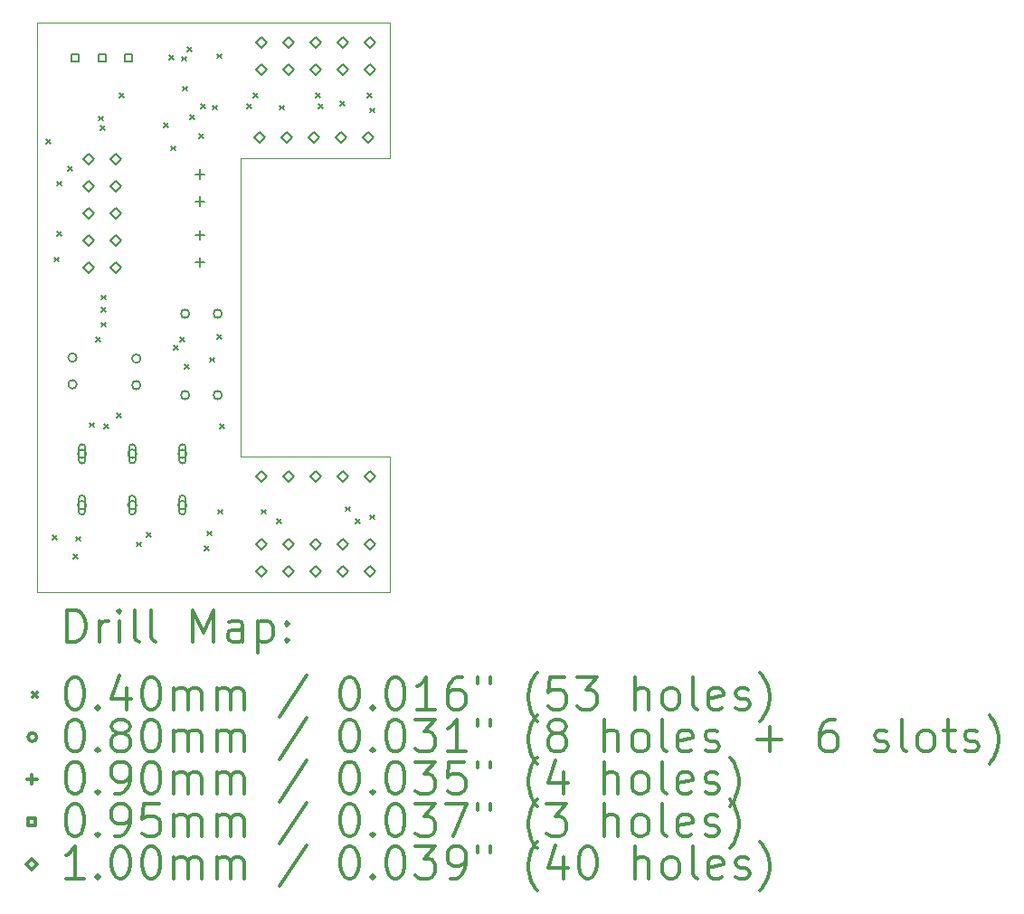
<source format=gbr>
%FSLAX45Y45*%
G04 Gerber Fmt 4.5, Leading zero omitted, Abs format (unit mm)*
G04 Created by KiCad (PCBNEW 5.1.9+dfsg1-1~bpo10+1) date 2022-02-06 15:46:00*
%MOMM*%
%LPD*%
G01*
G04 APERTURE LIST*
%TA.AperFunction,Profile*%
%ADD10C,0.100000*%
%TD*%
%ADD11C,0.200000*%
%ADD12C,0.300000*%
G04 APERTURE END LIST*
D10*
X10033000Y-4000500D02*
X10033000Y-5270500D01*
X6731000Y-4000500D02*
X10033000Y-4000500D01*
X6731000Y-9334500D02*
X6731000Y-4000500D01*
X10033000Y-9334500D02*
X6731000Y-9334500D01*
X10033000Y-8064500D02*
X10033000Y-9334500D01*
X8636000Y-8064500D02*
X10033000Y-8064500D01*
X8636000Y-5270500D02*
X8636000Y-8064500D01*
X10033000Y-5270500D02*
X8636000Y-5270500D01*
D11*
X6812600Y-5098100D02*
X6852600Y-5138100D01*
X6852600Y-5098100D02*
X6812600Y-5138100D01*
X6876100Y-8806500D02*
X6916100Y-8846500D01*
X6916100Y-8806500D02*
X6876100Y-8846500D01*
X6888800Y-6203000D02*
X6928800Y-6243000D01*
X6928800Y-6203000D02*
X6888800Y-6243000D01*
X6914200Y-5491800D02*
X6954200Y-5531800D01*
X6954200Y-5491800D02*
X6914200Y-5531800D01*
X6914200Y-5961700D02*
X6954200Y-6001700D01*
X6954200Y-5961700D02*
X6914200Y-6001700D01*
X7015800Y-5352100D02*
X7055800Y-5392100D01*
X7055800Y-5352100D02*
X7015800Y-5392100D01*
X7066600Y-8984300D02*
X7106600Y-9024300D01*
X7106600Y-8984300D02*
X7066600Y-9024300D01*
X7092000Y-8819200D02*
X7132000Y-8859200D01*
X7132000Y-8819200D02*
X7092000Y-8859200D01*
X7219000Y-7752400D02*
X7259000Y-7792400D01*
X7259000Y-7752400D02*
X7219000Y-7792400D01*
X7282500Y-6952300D02*
X7322500Y-6992300D01*
X7322500Y-6952300D02*
X7282500Y-6992300D01*
X7307900Y-4882200D02*
X7347900Y-4922200D01*
X7347900Y-4882200D02*
X7307900Y-4922200D01*
X7320600Y-4971100D02*
X7360600Y-5011100D01*
X7360600Y-4971100D02*
X7320600Y-5011100D01*
X7333300Y-6558600D02*
X7373300Y-6598600D01*
X7373300Y-6558600D02*
X7333300Y-6598600D01*
X7333300Y-6672900D02*
X7373300Y-6712900D01*
X7373300Y-6672900D02*
X7333300Y-6712900D01*
X7333300Y-6812600D02*
X7373300Y-6852600D01*
X7373300Y-6812600D02*
X7333300Y-6852600D01*
X7358700Y-7765100D02*
X7398700Y-7805100D01*
X7398700Y-7765100D02*
X7358700Y-7805100D01*
X7473000Y-7663500D02*
X7513000Y-7703500D01*
X7513000Y-7663500D02*
X7473000Y-7703500D01*
X7498400Y-4666300D02*
X7538400Y-4706300D01*
X7538400Y-4666300D02*
X7498400Y-4706300D01*
X7663500Y-8870000D02*
X7703500Y-8910000D01*
X7703500Y-8870000D02*
X7663500Y-8910000D01*
X7752400Y-8781100D02*
X7792400Y-8821100D01*
X7792400Y-8781100D02*
X7752400Y-8821100D01*
X7917500Y-4945700D02*
X7957500Y-4985700D01*
X7957500Y-4945700D02*
X7917500Y-4985700D01*
X7968300Y-4310700D02*
X8008300Y-4350700D01*
X8008300Y-4310700D02*
X7968300Y-4350700D01*
X7981000Y-5161600D02*
X8021000Y-5201600D01*
X8021000Y-5161600D02*
X7981000Y-5201600D01*
X8006400Y-7028500D02*
X8046400Y-7068500D01*
X8046400Y-7028500D02*
X8006400Y-7068500D01*
X8069900Y-6952300D02*
X8109900Y-6992300D01*
X8109900Y-6952300D02*
X8069900Y-6992300D01*
X8082600Y-4323400D02*
X8122600Y-4363400D01*
X8122600Y-4323400D02*
X8082600Y-4363400D01*
X8095300Y-4602800D02*
X8135300Y-4642800D01*
X8135300Y-4602800D02*
X8095300Y-4642800D01*
X8108000Y-7206300D02*
X8148000Y-7246300D01*
X8148000Y-7206300D02*
X8108000Y-7246300D01*
X8133400Y-4234500D02*
X8173400Y-4274500D01*
X8173400Y-4234500D02*
X8133400Y-4274500D01*
X8158800Y-4869500D02*
X8198800Y-4909500D01*
X8198800Y-4869500D02*
X8158800Y-4909500D01*
X8247700Y-5047300D02*
X8287700Y-5087300D01*
X8287700Y-5047300D02*
X8247700Y-5087300D01*
X8260400Y-4767900D02*
X8300400Y-4807900D01*
X8300400Y-4767900D02*
X8260400Y-4807900D01*
X8298500Y-8908100D02*
X8338500Y-8948100D01*
X8338500Y-8908100D02*
X8298500Y-8948100D01*
X8323900Y-8768400D02*
X8363900Y-8808400D01*
X8363900Y-8768400D02*
X8323900Y-8808400D01*
X8349300Y-7142800D02*
X8389300Y-7182800D01*
X8389300Y-7142800D02*
X8349300Y-7182800D01*
X8374700Y-4780600D02*
X8414700Y-4820600D01*
X8414700Y-4780600D02*
X8374700Y-4820600D01*
X8412800Y-4298000D02*
X8452800Y-4338000D01*
X8452800Y-4298000D02*
X8412800Y-4338000D01*
X8412800Y-6926900D02*
X8452800Y-6966900D01*
X8452800Y-6926900D02*
X8412800Y-6966900D01*
X8425500Y-8565200D02*
X8465500Y-8605200D01*
X8465500Y-8565200D02*
X8425500Y-8605200D01*
X8438200Y-7765100D02*
X8478200Y-7805100D01*
X8478200Y-7765100D02*
X8438200Y-7805100D01*
X8692200Y-4767900D02*
X8732200Y-4807900D01*
X8732200Y-4767900D02*
X8692200Y-4807900D01*
X8755700Y-4666300D02*
X8795700Y-4706300D01*
X8795700Y-4666300D02*
X8755700Y-4706300D01*
X8831900Y-8565200D02*
X8871900Y-8605200D01*
X8871900Y-8565200D02*
X8831900Y-8605200D01*
X8971600Y-8654100D02*
X9011600Y-8694100D01*
X9011600Y-8654100D02*
X8971600Y-8694100D01*
X8997000Y-4780600D02*
X9037000Y-4820600D01*
X9037000Y-4780600D02*
X8997000Y-4820600D01*
X9339900Y-4666300D02*
X9379900Y-4706300D01*
X9379900Y-4666300D02*
X9339900Y-4706300D01*
X9365300Y-4767900D02*
X9405300Y-4807900D01*
X9405300Y-4767900D02*
X9365300Y-4807900D01*
X9568500Y-4742500D02*
X9608500Y-4782500D01*
X9608500Y-4742500D02*
X9568500Y-4782500D01*
X9619300Y-8539800D02*
X9659300Y-8579800D01*
X9659300Y-8539800D02*
X9619300Y-8579800D01*
X9708200Y-8654100D02*
X9748200Y-8694100D01*
X9748200Y-8654100D02*
X9708200Y-8694100D01*
X9822500Y-4666300D02*
X9862500Y-4706300D01*
X9862500Y-4666300D02*
X9822500Y-4706300D01*
X9847900Y-4806000D02*
X9887900Y-4846000D01*
X9887900Y-4806000D02*
X9847900Y-4846000D01*
X9847900Y-8616000D02*
X9887900Y-8656000D01*
X9887900Y-8616000D02*
X9847900Y-8656000D01*
X7101200Y-7141400D02*
G75*
G03*
X7101200Y-7141400I-40000J0D01*
G01*
X7101200Y-7391400D02*
G75*
G03*
X7101200Y-7391400I-40000J0D01*
G01*
X7190000Y-8042500D02*
G75*
G03*
X7190000Y-8042500I-40000J0D01*
G01*
X7120000Y-7982500D02*
X7120000Y-8102500D01*
X7180000Y-7982500D02*
X7180000Y-8102500D01*
X7120000Y-8102500D02*
G75*
G03*
X7180000Y-8102500I30000J0D01*
G01*
X7180000Y-7982500D02*
G75*
G03*
X7120000Y-7982500I-30000J0D01*
G01*
X7190000Y-8522500D02*
G75*
G03*
X7190000Y-8522500I-40000J0D01*
G01*
X7120000Y-8462500D02*
X7120000Y-8582500D01*
X7180000Y-8462500D02*
X7180000Y-8582500D01*
X7120000Y-8582500D02*
G75*
G03*
X7180000Y-8582500I30000J0D01*
G01*
X7180000Y-8462500D02*
G75*
G03*
X7120000Y-8462500I-30000J0D01*
G01*
X7660000Y-8042500D02*
G75*
G03*
X7660000Y-8042500I-40000J0D01*
G01*
X7590000Y-7982500D02*
X7590000Y-8102500D01*
X7650000Y-7982500D02*
X7650000Y-8102500D01*
X7590000Y-8102500D02*
G75*
G03*
X7650000Y-8102500I30000J0D01*
G01*
X7650000Y-7982500D02*
G75*
G03*
X7590000Y-7982500I-30000J0D01*
G01*
X7660000Y-8522500D02*
G75*
G03*
X7660000Y-8522500I-40000J0D01*
G01*
X7590000Y-8462500D02*
X7590000Y-8582500D01*
X7650000Y-8462500D02*
X7650000Y-8582500D01*
X7590000Y-8582500D02*
G75*
G03*
X7650000Y-8582500I30000J0D01*
G01*
X7650000Y-8462500D02*
G75*
G03*
X7590000Y-8462500I-30000J0D01*
G01*
X7698100Y-7150100D02*
G75*
G03*
X7698100Y-7150100I-40000J0D01*
G01*
X7698100Y-7400100D02*
G75*
G03*
X7698100Y-7400100I-40000J0D01*
G01*
X8130000Y-8042500D02*
G75*
G03*
X8130000Y-8042500I-40000J0D01*
G01*
X8060000Y-7982500D02*
X8060000Y-8102500D01*
X8120000Y-7982500D02*
X8120000Y-8102500D01*
X8060000Y-8102500D02*
G75*
G03*
X8120000Y-8102500I30000J0D01*
G01*
X8120000Y-7982500D02*
G75*
G03*
X8060000Y-7982500I-30000J0D01*
G01*
X8130000Y-8522500D02*
G75*
G03*
X8130000Y-8522500I-40000J0D01*
G01*
X8060000Y-8462500D02*
X8060000Y-8582500D01*
X8120000Y-8462500D02*
X8120000Y-8582500D01*
X8060000Y-8582500D02*
G75*
G03*
X8120000Y-8582500I30000J0D01*
G01*
X8120000Y-8462500D02*
G75*
G03*
X8060000Y-8462500I-30000J0D01*
G01*
X8155300Y-6731000D02*
G75*
G03*
X8155300Y-6731000I-40000J0D01*
G01*
X8155300Y-7493000D02*
G75*
G03*
X8155300Y-7493000I-40000J0D01*
G01*
X8460100Y-6731000D02*
G75*
G03*
X8460100Y-6731000I-40000J0D01*
G01*
X8460100Y-7493000D02*
G75*
G03*
X8460100Y-7493000I-40000J0D01*
G01*
X8255000Y-5377900D02*
X8255000Y-5467900D01*
X8210000Y-5422900D02*
X8300000Y-5422900D01*
X8255000Y-5631900D02*
X8255000Y-5721900D01*
X8210000Y-5676900D02*
X8300000Y-5676900D01*
X8255000Y-5949400D02*
X8255000Y-6039400D01*
X8210000Y-5994400D02*
X8300000Y-5994400D01*
X8255000Y-6203400D02*
X8255000Y-6293400D01*
X8210000Y-6248400D02*
X8300000Y-6248400D01*
X7120188Y-4364288D02*
X7120188Y-4297112D01*
X7053012Y-4297112D01*
X7053012Y-4364288D01*
X7120188Y-4364288D01*
X7370188Y-4364288D02*
X7370188Y-4297112D01*
X7303012Y-4297112D01*
X7303012Y-4364288D01*
X7370188Y-4364288D01*
X7620188Y-4364288D02*
X7620188Y-4297112D01*
X7553012Y-4297112D01*
X7553012Y-4364288D01*
X7620188Y-4364288D01*
X7213600Y-5333200D02*
X7263600Y-5283200D01*
X7213600Y-5233200D01*
X7163600Y-5283200D01*
X7213600Y-5333200D01*
X7213600Y-5587200D02*
X7263600Y-5537200D01*
X7213600Y-5487200D01*
X7163600Y-5537200D01*
X7213600Y-5587200D01*
X7213600Y-5841200D02*
X7263600Y-5791200D01*
X7213600Y-5741200D01*
X7163600Y-5791200D01*
X7213600Y-5841200D01*
X7213600Y-6095200D02*
X7263600Y-6045200D01*
X7213600Y-5995200D01*
X7163600Y-6045200D01*
X7213600Y-6095200D01*
X7213600Y-6349200D02*
X7263600Y-6299200D01*
X7213600Y-6249200D01*
X7163600Y-6299200D01*
X7213600Y-6349200D01*
X7467600Y-5333200D02*
X7517600Y-5283200D01*
X7467600Y-5233200D01*
X7417600Y-5283200D01*
X7467600Y-5333200D01*
X7467600Y-5587200D02*
X7517600Y-5537200D01*
X7467600Y-5487200D01*
X7417600Y-5537200D01*
X7467600Y-5587200D01*
X7467600Y-5841200D02*
X7517600Y-5791200D01*
X7467600Y-5741200D01*
X7417600Y-5791200D01*
X7467600Y-5841200D01*
X7467600Y-6095200D02*
X7517600Y-6045200D01*
X7467600Y-5995200D01*
X7417600Y-6045200D01*
X7467600Y-6095200D01*
X7467600Y-6349200D02*
X7517600Y-6299200D01*
X7467600Y-6249200D01*
X7417600Y-6299200D01*
X7467600Y-6349200D01*
X8813800Y-5130000D02*
X8863800Y-5080000D01*
X8813800Y-5030000D01*
X8763800Y-5080000D01*
X8813800Y-5130000D01*
X8826500Y-4241000D02*
X8876500Y-4191000D01*
X8826500Y-4141000D01*
X8776500Y-4191000D01*
X8826500Y-4241000D01*
X8826500Y-4495000D02*
X8876500Y-4445000D01*
X8826500Y-4395000D01*
X8776500Y-4445000D01*
X8826500Y-4495000D01*
X8826500Y-8305000D02*
X8876500Y-8255000D01*
X8826500Y-8205000D01*
X8776500Y-8255000D01*
X8826500Y-8305000D01*
X8826500Y-8940000D02*
X8876500Y-8890000D01*
X8826500Y-8840000D01*
X8776500Y-8890000D01*
X8826500Y-8940000D01*
X8826500Y-9194000D02*
X8876500Y-9144000D01*
X8826500Y-9094000D01*
X8776500Y-9144000D01*
X8826500Y-9194000D01*
X9067800Y-5130000D02*
X9117800Y-5080000D01*
X9067800Y-5030000D01*
X9017800Y-5080000D01*
X9067800Y-5130000D01*
X9080500Y-4241000D02*
X9130500Y-4191000D01*
X9080500Y-4141000D01*
X9030500Y-4191000D01*
X9080500Y-4241000D01*
X9080500Y-4495000D02*
X9130500Y-4445000D01*
X9080500Y-4395000D01*
X9030500Y-4445000D01*
X9080500Y-4495000D01*
X9080500Y-8305000D02*
X9130500Y-8255000D01*
X9080500Y-8205000D01*
X9030500Y-8255000D01*
X9080500Y-8305000D01*
X9080500Y-8940000D02*
X9130500Y-8890000D01*
X9080500Y-8840000D01*
X9030500Y-8890000D01*
X9080500Y-8940000D01*
X9080500Y-9194000D02*
X9130500Y-9144000D01*
X9080500Y-9094000D01*
X9030500Y-9144000D01*
X9080500Y-9194000D01*
X9321800Y-5130000D02*
X9371800Y-5080000D01*
X9321800Y-5030000D01*
X9271800Y-5080000D01*
X9321800Y-5130000D01*
X9334500Y-4241000D02*
X9384500Y-4191000D01*
X9334500Y-4141000D01*
X9284500Y-4191000D01*
X9334500Y-4241000D01*
X9334500Y-4495000D02*
X9384500Y-4445000D01*
X9334500Y-4395000D01*
X9284500Y-4445000D01*
X9334500Y-4495000D01*
X9334500Y-8305000D02*
X9384500Y-8255000D01*
X9334500Y-8205000D01*
X9284500Y-8255000D01*
X9334500Y-8305000D01*
X9334500Y-8940000D02*
X9384500Y-8890000D01*
X9334500Y-8840000D01*
X9284500Y-8890000D01*
X9334500Y-8940000D01*
X9334500Y-9194000D02*
X9384500Y-9144000D01*
X9334500Y-9094000D01*
X9284500Y-9144000D01*
X9334500Y-9194000D01*
X9575800Y-5130000D02*
X9625800Y-5080000D01*
X9575800Y-5030000D01*
X9525800Y-5080000D01*
X9575800Y-5130000D01*
X9588500Y-4241000D02*
X9638500Y-4191000D01*
X9588500Y-4141000D01*
X9538500Y-4191000D01*
X9588500Y-4241000D01*
X9588500Y-4495000D02*
X9638500Y-4445000D01*
X9588500Y-4395000D01*
X9538500Y-4445000D01*
X9588500Y-4495000D01*
X9588500Y-8305000D02*
X9638500Y-8255000D01*
X9588500Y-8205000D01*
X9538500Y-8255000D01*
X9588500Y-8305000D01*
X9588500Y-8940000D02*
X9638500Y-8890000D01*
X9588500Y-8840000D01*
X9538500Y-8890000D01*
X9588500Y-8940000D01*
X9588500Y-9194000D02*
X9638500Y-9144000D01*
X9588500Y-9094000D01*
X9538500Y-9144000D01*
X9588500Y-9194000D01*
X9829800Y-5130000D02*
X9879800Y-5080000D01*
X9829800Y-5030000D01*
X9779800Y-5080000D01*
X9829800Y-5130000D01*
X9842500Y-4241000D02*
X9892500Y-4191000D01*
X9842500Y-4141000D01*
X9792500Y-4191000D01*
X9842500Y-4241000D01*
X9842500Y-4495000D02*
X9892500Y-4445000D01*
X9842500Y-4395000D01*
X9792500Y-4445000D01*
X9842500Y-4495000D01*
X9842500Y-8305000D02*
X9892500Y-8255000D01*
X9842500Y-8205000D01*
X9792500Y-8255000D01*
X9842500Y-8305000D01*
X9842500Y-8940000D02*
X9892500Y-8890000D01*
X9842500Y-8840000D01*
X9792500Y-8890000D01*
X9842500Y-8940000D01*
X9842500Y-9194000D02*
X9892500Y-9144000D01*
X9842500Y-9094000D01*
X9792500Y-9144000D01*
X9842500Y-9194000D01*
D12*
X7012428Y-9805214D02*
X7012428Y-9505214D01*
X7083857Y-9505214D01*
X7126714Y-9519500D01*
X7155286Y-9548072D01*
X7169571Y-9576643D01*
X7183857Y-9633786D01*
X7183857Y-9676643D01*
X7169571Y-9733786D01*
X7155286Y-9762357D01*
X7126714Y-9790929D01*
X7083857Y-9805214D01*
X7012428Y-9805214D01*
X7312428Y-9805214D02*
X7312428Y-9605214D01*
X7312428Y-9662357D02*
X7326714Y-9633786D01*
X7341000Y-9619500D01*
X7369571Y-9605214D01*
X7398143Y-9605214D01*
X7498143Y-9805214D02*
X7498143Y-9605214D01*
X7498143Y-9505214D02*
X7483857Y-9519500D01*
X7498143Y-9533786D01*
X7512428Y-9519500D01*
X7498143Y-9505214D01*
X7498143Y-9533786D01*
X7683857Y-9805214D02*
X7655286Y-9790929D01*
X7641000Y-9762357D01*
X7641000Y-9505214D01*
X7841000Y-9805214D02*
X7812428Y-9790929D01*
X7798143Y-9762357D01*
X7798143Y-9505214D01*
X8183857Y-9805214D02*
X8183857Y-9505214D01*
X8283857Y-9719500D01*
X8383857Y-9505214D01*
X8383857Y-9805214D01*
X8655286Y-9805214D02*
X8655286Y-9648072D01*
X8641000Y-9619500D01*
X8612428Y-9605214D01*
X8555286Y-9605214D01*
X8526714Y-9619500D01*
X8655286Y-9790929D02*
X8626714Y-9805214D01*
X8555286Y-9805214D01*
X8526714Y-9790929D01*
X8512428Y-9762357D01*
X8512428Y-9733786D01*
X8526714Y-9705214D01*
X8555286Y-9690929D01*
X8626714Y-9690929D01*
X8655286Y-9676643D01*
X8798143Y-9605214D02*
X8798143Y-9905214D01*
X8798143Y-9619500D02*
X8826714Y-9605214D01*
X8883857Y-9605214D01*
X8912428Y-9619500D01*
X8926714Y-9633786D01*
X8941000Y-9662357D01*
X8941000Y-9748072D01*
X8926714Y-9776643D01*
X8912428Y-9790929D01*
X8883857Y-9805214D01*
X8826714Y-9805214D01*
X8798143Y-9790929D01*
X9069571Y-9776643D02*
X9083857Y-9790929D01*
X9069571Y-9805214D01*
X9055286Y-9790929D01*
X9069571Y-9776643D01*
X9069571Y-9805214D01*
X9069571Y-9619500D02*
X9083857Y-9633786D01*
X9069571Y-9648072D01*
X9055286Y-9633786D01*
X9069571Y-9619500D01*
X9069571Y-9648072D01*
X6686000Y-10279500D02*
X6726000Y-10319500D01*
X6726000Y-10279500D02*
X6686000Y-10319500D01*
X7069571Y-10135214D02*
X7098143Y-10135214D01*
X7126714Y-10149500D01*
X7141000Y-10163786D01*
X7155286Y-10192357D01*
X7169571Y-10249500D01*
X7169571Y-10320929D01*
X7155286Y-10378072D01*
X7141000Y-10406643D01*
X7126714Y-10420929D01*
X7098143Y-10435214D01*
X7069571Y-10435214D01*
X7041000Y-10420929D01*
X7026714Y-10406643D01*
X7012428Y-10378072D01*
X6998143Y-10320929D01*
X6998143Y-10249500D01*
X7012428Y-10192357D01*
X7026714Y-10163786D01*
X7041000Y-10149500D01*
X7069571Y-10135214D01*
X7298143Y-10406643D02*
X7312428Y-10420929D01*
X7298143Y-10435214D01*
X7283857Y-10420929D01*
X7298143Y-10406643D01*
X7298143Y-10435214D01*
X7569571Y-10235214D02*
X7569571Y-10435214D01*
X7498143Y-10120929D02*
X7426714Y-10335214D01*
X7612428Y-10335214D01*
X7783857Y-10135214D02*
X7812428Y-10135214D01*
X7841000Y-10149500D01*
X7855286Y-10163786D01*
X7869571Y-10192357D01*
X7883857Y-10249500D01*
X7883857Y-10320929D01*
X7869571Y-10378072D01*
X7855286Y-10406643D01*
X7841000Y-10420929D01*
X7812428Y-10435214D01*
X7783857Y-10435214D01*
X7755286Y-10420929D01*
X7741000Y-10406643D01*
X7726714Y-10378072D01*
X7712428Y-10320929D01*
X7712428Y-10249500D01*
X7726714Y-10192357D01*
X7741000Y-10163786D01*
X7755286Y-10149500D01*
X7783857Y-10135214D01*
X8012428Y-10435214D02*
X8012428Y-10235214D01*
X8012428Y-10263786D02*
X8026714Y-10249500D01*
X8055286Y-10235214D01*
X8098143Y-10235214D01*
X8126714Y-10249500D01*
X8141000Y-10278072D01*
X8141000Y-10435214D01*
X8141000Y-10278072D02*
X8155286Y-10249500D01*
X8183857Y-10235214D01*
X8226714Y-10235214D01*
X8255286Y-10249500D01*
X8269571Y-10278072D01*
X8269571Y-10435214D01*
X8412428Y-10435214D02*
X8412428Y-10235214D01*
X8412428Y-10263786D02*
X8426714Y-10249500D01*
X8455286Y-10235214D01*
X8498143Y-10235214D01*
X8526714Y-10249500D01*
X8541000Y-10278072D01*
X8541000Y-10435214D01*
X8541000Y-10278072D02*
X8555286Y-10249500D01*
X8583857Y-10235214D01*
X8626714Y-10235214D01*
X8655286Y-10249500D01*
X8669571Y-10278072D01*
X8669571Y-10435214D01*
X9255286Y-10120929D02*
X8998143Y-10506643D01*
X9641000Y-10135214D02*
X9669571Y-10135214D01*
X9698143Y-10149500D01*
X9712428Y-10163786D01*
X9726714Y-10192357D01*
X9741000Y-10249500D01*
X9741000Y-10320929D01*
X9726714Y-10378072D01*
X9712428Y-10406643D01*
X9698143Y-10420929D01*
X9669571Y-10435214D01*
X9641000Y-10435214D01*
X9612428Y-10420929D01*
X9598143Y-10406643D01*
X9583857Y-10378072D01*
X9569571Y-10320929D01*
X9569571Y-10249500D01*
X9583857Y-10192357D01*
X9598143Y-10163786D01*
X9612428Y-10149500D01*
X9641000Y-10135214D01*
X9869571Y-10406643D02*
X9883857Y-10420929D01*
X9869571Y-10435214D01*
X9855286Y-10420929D01*
X9869571Y-10406643D01*
X9869571Y-10435214D01*
X10069571Y-10135214D02*
X10098143Y-10135214D01*
X10126714Y-10149500D01*
X10141000Y-10163786D01*
X10155286Y-10192357D01*
X10169571Y-10249500D01*
X10169571Y-10320929D01*
X10155286Y-10378072D01*
X10141000Y-10406643D01*
X10126714Y-10420929D01*
X10098143Y-10435214D01*
X10069571Y-10435214D01*
X10041000Y-10420929D01*
X10026714Y-10406643D01*
X10012428Y-10378072D01*
X9998143Y-10320929D01*
X9998143Y-10249500D01*
X10012428Y-10192357D01*
X10026714Y-10163786D01*
X10041000Y-10149500D01*
X10069571Y-10135214D01*
X10455286Y-10435214D02*
X10283857Y-10435214D01*
X10369571Y-10435214D02*
X10369571Y-10135214D01*
X10341000Y-10178072D01*
X10312428Y-10206643D01*
X10283857Y-10220929D01*
X10712428Y-10135214D02*
X10655286Y-10135214D01*
X10626714Y-10149500D01*
X10612428Y-10163786D01*
X10583857Y-10206643D01*
X10569571Y-10263786D01*
X10569571Y-10378072D01*
X10583857Y-10406643D01*
X10598143Y-10420929D01*
X10626714Y-10435214D01*
X10683857Y-10435214D01*
X10712428Y-10420929D01*
X10726714Y-10406643D01*
X10741000Y-10378072D01*
X10741000Y-10306643D01*
X10726714Y-10278072D01*
X10712428Y-10263786D01*
X10683857Y-10249500D01*
X10626714Y-10249500D01*
X10598143Y-10263786D01*
X10583857Y-10278072D01*
X10569571Y-10306643D01*
X10855286Y-10135214D02*
X10855286Y-10192357D01*
X10969571Y-10135214D02*
X10969571Y-10192357D01*
X11412428Y-10549500D02*
X11398143Y-10535214D01*
X11369571Y-10492357D01*
X11355286Y-10463786D01*
X11341000Y-10420929D01*
X11326714Y-10349500D01*
X11326714Y-10292357D01*
X11341000Y-10220929D01*
X11355286Y-10178072D01*
X11369571Y-10149500D01*
X11398143Y-10106643D01*
X11412428Y-10092357D01*
X11669571Y-10135214D02*
X11526714Y-10135214D01*
X11512428Y-10278072D01*
X11526714Y-10263786D01*
X11555286Y-10249500D01*
X11626714Y-10249500D01*
X11655286Y-10263786D01*
X11669571Y-10278072D01*
X11683857Y-10306643D01*
X11683857Y-10378072D01*
X11669571Y-10406643D01*
X11655286Y-10420929D01*
X11626714Y-10435214D01*
X11555286Y-10435214D01*
X11526714Y-10420929D01*
X11512428Y-10406643D01*
X11783857Y-10135214D02*
X11969571Y-10135214D01*
X11869571Y-10249500D01*
X11912428Y-10249500D01*
X11941000Y-10263786D01*
X11955286Y-10278072D01*
X11969571Y-10306643D01*
X11969571Y-10378072D01*
X11955286Y-10406643D01*
X11941000Y-10420929D01*
X11912428Y-10435214D01*
X11826714Y-10435214D01*
X11798143Y-10420929D01*
X11783857Y-10406643D01*
X12326714Y-10435214D02*
X12326714Y-10135214D01*
X12455286Y-10435214D02*
X12455286Y-10278072D01*
X12441000Y-10249500D01*
X12412428Y-10235214D01*
X12369571Y-10235214D01*
X12341000Y-10249500D01*
X12326714Y-10263786D01*
X12641000Y-10435214D02*
X12612428Y-10420929D01*
X12598143Y-10406643D01*
X12583857Y-10378072D01*
X12583857Y-10292357D01*
X12598143Y-10263786D01*
X12612428Y-10249500D01*
X12641000Y-10235214D01*
X12683857Y-10235214D01*
X12712428Y-10249500D01*
X12726714Y-10263786D01*
X12741000Y-10292357D01*
X12741000Y-10378072D01*
X12726714Y-10406643D01*
X12712428Y-10420929D01*
X12683857Y-10435214D01*
X12641000Y-10435214D01*
X12912428Y-10435214D02*
X12883857Y-10420929D01*
X12869571Y-10392357D01*
X12869571Y-10135214D01*
X13141000Y-10420929D02*
X13112428Y-10435214D01*
X13055286Y-10435214D01*
X13026714Y-10420929D01*
X13012428Y-10392357D01*
X13012428Y-10278072D01*
X13026714Y-10249500D01*
X13055286Y-10235214D01*
X13112428Y-10235214D01*
X13141000Y-10249500D01*
X13155286Y-10278072D01*
X13155286Y-10306643D01*
X13012428Y-10335214D01*
X13269571Y-10420929D02*
X13298143Y-10435214D01*
X13355286Y-10435214D01*
X13383857Y-10420929D01*
X13398143Y-10392357D01*
X13398143Y-10378072D01*
X13383857Y-10349500D01*
X13355286Y-10335214D01*
X13312428Y-10335214D01*
X13283857Y-10320929D01*
X13269571Y-10292357D01*
X13269571Y-10278072D01*
X13283857Y-10249500D01*
X13312428Y-10235214D01*
X13355286Y-10235214D01*
X13383857Y-10249500D01*
X13498143Y-10549500D02*
X13512428Y-10535214D01*
X13541000Y-10492357D01*
X13555286Y-10463786D01*
X13569571Y-10420929D01*
X13583857Y-10349500D01*
X13583857Y-10292357D01*
X13569571Y-10220929D01*
X13555286Y-10178072D01*
X13541000Y-10149500D01*
X13512428Y-10106643D01*
X13498143Y-10092357D01*
X6726000Y-10695500D02*
G75*
G03*
X6726000Y-10695500I-40000J0D01*
G01*
X7069571Y-10531214D02*
X7098143Y-10531214D01*
X7126714Y-10545500D01*
X7141000Y-10559786D01*
X7155286Y-10588357D01*
X7169571Y-10645500D01*
X7169571Y-10716929D01*
X7155286Y-10774072D01*
X7141000Y-10802643D01*
X7126714Y-10816929D01*
X7098143Y-10831214D01*
X7069571Y-10831214D01*
X7041000Y-10816929D01*
X7026714Y-10802643D01*
X7012428Y-10774072D01*
X6998143Y-10716929D01*
X6998143Y-10645500D01*
X7012428Y-10588357D01*
X7026714Y-10559786D01*
X7041000Y-10545500D01*
X7069571Y-10531214D01*
X7298143Y-10802643D02*
X7312428Y-10816929D01*
X7298143Y-10831214D01*
X7283857Y-10816929D01*
X7298143Y-10802643D01*
X7298143Y-10831214D01*
X7483857Y-10659786D02*
X7455286Y-10645500D01*
X7441000Y-10631214D01*
X7426714Y-10602643D01*
X7426714Y-10588357D01*
X7441000Y-10559786D01*
X7455286Y-10545500D01*
X7483857Y-10531214D01*
X7541000Y-10531214D01*
X7569571Y-10545500D01*
X7583857Y-10559786D01*
X7598143Y-10588357D01*
X7598143Y-10602643D01*
X7583857Y-10631214D01*
X7569571Y-10645500D01*
X7541000Y-10659786D01*
X7483857Y-10659786D01*
X7455286Y-10674072D01*
X7441000Y-10688357D01*
X7426714Y-10716929D01*
X7426714Y-10774072D01*
X7441000Y-10802643D01*
X7455286Y-10816929D01*
X7483857Y-10831214D01*
X7541000Y-10831214D01*
X7569571Y-10816929D01*
X7583857Y-10802643D01*
X7598143Y-10774072D01*
X7598143Y-10716929D01*
X7583857Y-10688357D01*
X7569571Y-10674072D01*
X7541000Y-10659786D01*
X7783857Y-10531214D02*
X7812428Y-10531214D01*
X7841000Y-10545500D01*
X7855286Y-10559786D01*
X7869571Y-10588357D01*
X7883857Y-10645500D01*
X7883857Y-10716929D01*
X7869571Y-10774072D01*
X7855286Y-10802643D01*
X7841000Y-10816929D01*
X7812428Y-10831214D01*
X7783857Y-10831214D01*
X7755286Y-10816929D01*
X7741000Y-10802643D01*
X7726714Y-10774072D01*
X7712428Y-10716929D01*
X7712428Y-10645500D01*
X7726714Y-10588357D01*
X7741000Y-10559786D01*
X7755286Y-10545500D01*
X7783857Y-10531214D01*
X8012428Y-10831214D02*
X8012428Y-10631214D01*
X8012428Y-10659786D02*
X8026714Y-10645500D01*
X8055286Y-10631214D01*
X8098143Y-10631214D01*
X8126714Y-10645500D01*
X8141000Y-10674072D01*
X8141000Y-10831214D01*
X8141000Y-10674072D02*
X8155286Y-10645500D01*
X8183857Y-10631214D01*
X8226714Y-10631214D01*
X8255286Y-10645500D01*
X8269571Y-10674072D01*
X8269571Y-10831214D01*
X8412428Y-10831214D02*
X8412428Y-10631214D01*
X8412428Y-10659786D02*
X8426714Y-10645500D01*
X8455286Y-10631214D01*
X8498143Y-10631214D01*
X8526714Y-10645500D01*
X8541000Y-10674072D01*
X8541000Y-10831214D01*
X8541000Y-10674072D02*
X8555286Y-10645500D01*
X8583857Y-10631214D01*
X8626714Y-10631214D01*
X8655286Y-10645500D01*
X8669571Y-10674072D01*
X8669571Y-10831214D01*
X9255286Y-10516929D02*
X8998143Y-10902643D01*
X9641000Y-10531214D02*
X9669571Y-10531214D01*
X9698143Y-10545500D01*
X9712428Y-10559786D01*
X9726714Y-10588357D01*
X9741000Y-10645500D01*
X9741000Y-10716929D01*
X9726714Y-10774072D01*
X9712428Y-10802643D01*
X9698143Y-10816929D01*
X9669571Y-10831214D01*
X9641000Y-10831214D01*
X9612428Y-10816929D01*
X9598143Y-10802643D01*
X9583857Y-10774072D01*
X9569571Y-10716929D01*
X9569571Y-10645500D01*
X9583857Y-10588357D01*
X9598143Y-10559786D01*
X9612428Y-10545500D01*
X9641000Y-10531214D01*
X9869571Y-10802643D02*
X9883857Y-10816929D01*
X9869571Y-10831214D01*
X9855286Y-10816929D01*
X9869571Y-10802643D01*
X9869571Y-10831214D01*
X10069571Y-10531214D02*
X10098143Y-10531214D01*
X10126714Y-10545500D01*
X10141000Y-10559786D01*
X10155286Y-10588357D01*
X10169571Y-10645500D01*
X10169571Y-10716929D01*
X10155286Y-10774072D01*
X10141000Y-10802643D01*
X10126714Y-10816929D01*
X10098143Y-10831214D01*
X10069571Y-10831214D01*
X10041000Y-10816929D01*
X10026714Y-10802643D01*
X10012428Y-10774072D01*
X9998143Y-10716929D01*
X9998143Y-10645500D01*
X10012428Y-10588357D01*
X10026714Y-10559786D01*
X10041000Y-10545500D01*
X10069571Y-10531214D01*
X10269571Y-10531214D02*
X10455286Y-10531214D01*
X10355286Y-10645500D01*
X10398143Y-10645500D01*
X10426714Y-10659786D01*
X10441000Y-10674072D01*
X10455286Y-10702643D01*
X10455286Y-10774072D01*
X10441000Y-10802643D01*
X10426714Y-10816929D01*
X10398143Y-10831214D01*
X10312428Y-10831214D01*
X10283857Y-10816929D01*
X10269571Y-10802643D01*
X10741000Y-10831214D02*
X10569571Y-10831214D01*
X10655286Y-10831214D02*
X10655286Y-10531214D01*
X10626714Y-10574072D01*
X10598143Y-10602643D01*
X10569571Y-10616929D01*
X10855286Y-10531214D02*
X10855286Y-10588357D01*
X10969571Y-10531214D02*
X10969571Y-10588357D01*
X11412428Y-10945500D02*
X11398143Y-10931214D01*
X11369571Y-10888357D01*
X11355286Y-10859786D01*
X11341000Y-10816929D01*
X11326714Y-10745500D01*
X11326714Y-10688357D01*
X11341000Y-10616929D01*
X11355286Y-10574072D01*
X11369571Y-10545500D01*
X11398143Y-10502643D01*
X11412428Y-10488357D01*
X11569571Y-10659786D02*
X11541000Y-10645500D01*
X11526714Y-10631214D01*
X11512428Y-10602643D01*
X11512428Y-10588357D01*
X11526714Y-10559786D01*
X11541000Y-10545500D01*
X11569571Y-10531214D01*
X11626714Y-10531214D01*
X11655286Y-10545500D01*
X11669571Y-10559786D01*
X11683857Y-10588357D01*
X11683857Y-10602643D01*
X11669571Y-10631214D01*
X11655286Y-10645500D01*
X11626714Y-10659786D01*
X11569571Y-10659786D01*
X11541000Y-10674072D01*
X11526714Y-10688357D01*
X11512428Y-10716929D01*
X11512428Y-10774072D01*
X11526714Y-10802643D01*
X11541000Y-10816929D01*
X11569571Y-10831214D01*
X11626714Y-10831214D01*
X11655286Y-10816929D01*
X11669571Y-10802643D01*
X11683857Y-10774072D01*
X11683857Y-10716929D01*
X11669571Y-10688357D01*
X11655286Y-10674072D01*
X11626714Y-10659786D01*
X12041000Y-10831214D02*
X12041000Y-10531214D01*
X12169571Y-10831214D02*
X12169571Y-10674072D01*
X12155286Y-10645500D01*
X12126714Y-10631214D01*
X12083857Y-10631214D01*
X12055286Y-10645500D01*
X12041000Y-10659786D01*
X12355286Y-10831214D02*
X12326714Y-10816929D01*
X12312428Y-10802643D01*
X12298143Y-10774072D01*
X12298143Y-10688357D01*
X12312428Y-10659786D01*
X12326714Y-10645500D01*
X12355286Y-10631214D01*
X12398143Y-10631214D01*
X12426714Y-10645500D01*
X12441000Y-10659786D01*
X12455286Y-10688357D01*
X12455286Y-10774072D01*
X12441000Y-10802643D01*
X12426714Y-10816929D01*
X12398143Y-10831214D01*
X12355286Y-10831214D01*
X12626714Y-10831214D02*
X12598143Y-10816929D01*
X12583857Y-10788357D01*
X12583857Y-10531214D01*
X12855286Y-10816929D02*
X12826714Y-10831214D01*
X12769571Y-10831214D01*
X12741000Y-10816929D01*
X12726714Y-10788357D01*
X12726714Y-10674072D01*
X12741000Y-10645500D01*
X12769571Y-10631214D01*
X12826714Y-10631214D01*
X12855286Y-10645500D01*
X12869571Y-10674072D01*
X12869571Y-10702643D01*
X12726714Y-10731214D01*
X12983857Y-10816929D02*
X13012428Y-10831214D01*
X13069571Y-10831214D01*
X13098143Y-10816929D01*
X13112428Y-10788357D01*
X13112428Y-10774072D01*
X13098143Y-10745500D01*
X13069571Y-10731214D01*
X13026714Y-10731214D01*
X12998143Y-10716929D01*
X12983857Y-10688357D01*
X12983857Y-10674072D01*
X12998143Y-10645500D01*
X13026714Y-10631214D01*
X13069571Y-10631214D01*
X13098143Y-10645500D01*
X13469571Y-10716929D02*
X13698143Y-10716929D01*
X13583857Y-10831214D02*
X13583857Y-10602643D01*
X14198143Y-10531214D02*
X14141000Y-10531214D01*
X14112428Y-10545500D01*
X14098143Y-10559786D01*
X14069571Y-10602643D01*
X14055286Y-10659786D01*
X14055286Y-10774072D01*
X14069571Y-10802643D01*
X14083857Y-10816929D01*
X14112428Y-10831214D01*
X14169571Y-10831214D01*
X14198143Y-10816929D01*
X14212428Y-10802643D01*
X14226714Y-10774072D01*
X14226714Y-10702643D01*
X14212428Y-10674072D01*
X14198143Y-10659786D01*
X14169571Y-10645500D01*
X14112428Y-10645500D01*
X14083857Y-10659786D01*
X14069571Y-10674072D01*
X14055286Y-10702643D01*
X14569571Y-10816929D02*
X14598143Y-10831214D01*
X14655286Y-10831214D01*
X14683857Y-10816929D01*
X14698143Y-10788357D01*
X14698143Y-10774072D01*
X14683857Y-10745500D01*
X14655286Y-10731214D01*
X14612428Y-10731214D01*
X14583857Y-10716929D01*
X14569571Y-10688357D01*
X14569571Y-10674072D01*
X14583857Y-10645500D01*
X14612428Y-10631214D01*
X14655286Y-10631214D01*
X14683857Y-10645500D01*
X14869571Y-10831214D02*
X14841000Y-10816929D01*
X14826714Y-10788357D01*
X14826714Y-10531214D01*
X15026714Y-10831214D02*
X14998143Y-10816929D01*
X14983857Y-10802643D01*
X14969571Y-10774072D01*
X14969571Y-10688357D01*
X14983857Y-10659786D01*
X14998143Y-10645500D01*
X15026714Y-10631214D01*
X15069571Y-10631214D01*
X15098143Y-10645500D01*
X15112428Y-10659786D01*
X15126714Y-10688357D01*
X15126714Y-10774072D01*
X15112428Y-10802643D01*
X15098143Y-10816929D01*
X15069571Y-10831214D01*
X15026714Y-10831214D01*
X15212428Y-10631214D02*
X15326714Y-10631214D01*
X15255286Y-10531214D02*
X15255286Y-10788357D01*
X15269571Y-10816929D01*
X15298143Y-10831214D01*
X15326714Y-10831214D01*
X15412428Y-10816929D02*
X15441000Y-10831214D01*
X15498143Y-10831214D01*
X15526714Y-10816929D01*
X15541000Y-10788357D01*
X15541000Y-10774072D01*
X15526714Y-10745500D01*
X15498143Y-10731214D01*
X15455286Y-10731214D01*
X15426714Y-10716929D01*
X15412428Y-10688357D01*
X15412428Y-10674072D01*
X15426714Y-10645500D01*
X15455286Y-10631214D01*
X15498143Y-10631214D01*
X15526714Y-10645500D01*
X15641000Y-10945500D02*
X15655286Y-10931214D01*
X15683857Y-10888357D01*
X15698143Y-10859786D01*
X15712428Y-10816929D01*
X15726714Y-10745500D01*
X15726714Y-10688357D01*
X15712428Y-10616929D01*
X15698143Y-10574072D01*
X15683857Y-10545500D01*
X15655286Y-10502643D01*
X15641000Y-10488357D01*
X6681000Y-11046500D02*
X6681000Y-11136500D01*
X6636000Y-11091500D02*
X6726000Y-11091500D01*
X7069571Y-10927214D02*
X7098143Y-10927214D01*
X7126714Y-10941500D01*
X7141000Y-10955786D01*
X7155286Y-10984357D01*
X7169571Y-11041500D01*
X7169571Y-11112929D01*
X7155286Y-11170072D01*
X7141000Y-11198643D01*
X7126714Y-11212929D01*
X7098143Y-11227214D01*
X7069571Y-11227214D01*
X7041000Y-11212929D01*
X7026714Y-11198643D01*
X7012428Y-11170072D01*
X6998143Y-11112929D01*
X6998143Y-11041500D01*
X7012428Y-10984357D01*
X7026714Y-10955786D01*
X7041000Y-10941500D01*
X7069571Y-10927214D01*
X7298143Y-11198643D02*
X7312428Y-11212929D01*
X7298143Y-11227214D01*
X7283857Y-11212929D01*
X7298143Y-11198643D01*
X7298143Y-11227214D01*
X7455286Y-11227214D02*
X7512428Y-11227214D01*
X7541000Y-11212929D01*
X7555286Y-11198643D01*
X7583857Y-11155786D01*
X7598143Y-11098643D01*
X7598143Y-10984357D01*
X7583857Y-10955786D01*
X7569571Y-10941500D01*
X7541000Y-10927214D01*
X7483857Y-10927214D01*
X7455286Y-10941500D01*
X7441000Y-10955786D01*
X7426714Y-10984357D01*
X7426714Y-11055786D01*
X7441000Y-11084357D01*
X7455286Y-11098643D01*
X7483857Y-11112929D01*
X7541000Y-11112929D01*
X7569571Y-11098643D01*
X7583857Y-11084357D01*
X7598143Y-11055786D01*
X7783857Y-10927214D02*
X7812428Y-10927214D01*
X7841000Y-10941500D01*
X7855286Y-10955786D01*
X7869571Y-10984357D01*
X7883857Y-11041500D01*
X7883857Y-11112929D01*
X7869571Y-11170072D01*
X7855286Y-11198643D01*
X7841000Y-11212929D01*
X7812428Y-11227214D01*
X7783857Y-11227214D01*
X7755286Y-11212929D01*
X7741000Y-11198643D01*
X7726714Y-11170072D01*
X7712428Y-11112929D01*
X7712428Y-11041500D01*
X7726714Y-10984357D01*
X7741000Y-10955786D01*
X7755286Y-10941500D01*
X7783857Y-10927214D01*
X8012428Y-11227214D02*
X8012428Y-11027214D01*
X8012428Y-11055786D02*
X8026714Y-11041500D01*
X8055286Y-11027214D01*
X8098143Y-11027214D01*
X8126714Y-11041500D01*
X8141000Y-11070072D01*
X8141000Y-11227214D01*
X8141000Y-11070072D02*
X8155286Y-11041500D01*
X8183857Y-11027214D01*
X8226714Y-11027214D01*
X8255286Y-11041500D01*
X8269571Y-11070072D01*
X8269571Y-11227214D01*
X8412428Y-11227214D02*
X8412428Y-11027214D01*
X8412428Y-11055786D02*
X8426714Y-11041500D01*
X8455286Y-11027214D01*
X8498143Y-11027214D01*
X8526714Y-11041500D01*
X8541000Y-11070072D01*
X8541000Y-11227214D01*
X8541000Y-11070072D02*
X8555286Y-11041500D01*
X8583857Y-11027214D01*
X8626714Y-11027214D01*
X8655286Y-11041500D01*
X8669571Y-11070072D01*
X8669571Y-11227214D01*
X9255286Y-10912929D02*
X8998143Y-11298643D01*
X9641000Y-10927214D02*
X9669571Y-10927214D01*
X9698143Y-10941500D01*
X9712428Y-10955786D01*
X9726714Y-10984357D01*
X9741000Y-11041500D01*
X9741000Y-11112929D01*
X9726714Y-11170072D01*
X9712428Y-11198643D01*
X9698143Y-11212929D01*
X9669571Y-11227214D01*
X9641000Y-11227214D01*
X9612428Y-11212929D01*
X9598143Y-11198643D01*
X9583857Y-11170072D01*
X9569571Y-11112929D01*
X9569571Y-11041500D01*
X9583857Y-10984357D01*
X9598143Y-10955786D01*
X9612428Y-10941500D01*
X9641000Y-10927214D01*
X9869571Y-11198643D02*
X9883857Y-11212929D01*
X9869571Y-11227214D01*
X9855286Y-11212929D01*
X9869571Y-11198643D01*
X9869571Y-11227214D01*
X10069571Y-10927214D02*
X10098143Y-10927214D01*
X10126714Y-10941500D01*
X10141000Y-10955786D01*
X10155286Y-10984357D01*
X10169571Y-11041500D01*
X10169571Y-11112929D01*
X10155286Y-11170072D01*
X10141000Y-11198643D01*
X10126714Y-11212929D01*
X10098143Y-11227214D01*
X10069571Y-11227214D01*
X10041000Y-11212929D01*
X10026714Y-11198643D01*
X10012428Y-11170072D01*
X9998143Y-11112929D01*
X9998143Y-11041500D01*
X10012428Y-10984357D01*
X10026714Y-10955786D01*
X10041000Y-10941500D01*
X10069571Y-10927214D01*
X10269571Y-10927214D02*
X10455286Y-10927214D01*
X10355286Y-11041500D01*
X10398143Y-11041500D01*
X10426714Y-11055786D01*
X10441000Y-11070072D01*
X10455286Y-11098643D01*
X10455286Y-11170072D01*
X10441000Y-11198643D01*
X10426714Y-11212929D01*
X10398143Y-11227214D01*
X10312428Y-11227214D01*
X10283857Y-11212929D01*
X10269571Y-11198643D01*
X10726714Y-10927214D02*
X10583857Y-10927214D01*
X10569571Y-11070072D01*
X10583857Y-11055786D01*
X10612428Y-11041500D01*
X10683857Y-11041500D01*
X10712428Y-11055786D01*
X10726714Y-11070072D01*
X10741000Y-11098643D01*
X10741000Y-11170072D01*
X10726714Y-11198643D01*
X10712428Y-11212929D01*
X10683857Y-11227214D01*
X10612428Y-11227214D01*
X10583857Y-11212929D01*
X10569571Y-11198643D01*
X10855286Y-10927214D02*
X10855286Y-10984357D01*
X10969571Y-10927214D02*
X10969571Y-10984357D01*
X11412428Y-11341500D02*
X11398143Y-11327214D01*
X11369571Y-11284357D01*
X11355286Y-11255786D01*
X11341000Y-11212929D01*
X11326714Y-11141500D01*
X11326714Y-11084357D01*
X11341000Y-11012929D01*
X11355286Y-10970072D01*
X11369571Y-10941500D01*
X11398143Y-10898643D01*
X11412428Y-10884357D01*
X11655286Y-11027214D02*
X11655286Y-11227214D01*
X11583857Y-10912929D02*
X11512428Y-11127214D01*
X11698143Y-11127214D01*
X12041000Y-11227214D02*
X12041000Y-10927214D01*
X12169571Y-11227214D02*
X12169571Y-11070072D01*
X12155286Y-11041500D01*
X12126714Y-11027214D01*
X12083857Y-11027214D01*
X12055286Y-11041500D01*
X12041000Y-11055786D01*
X12355286Y-11227214D02*
X12326714Y-11212929D01*
X12312428Y-11198643D01*
X12298143Y-11170072D01*
X12298143Y-11084357D01*
X12312428Y-11055786D01*
X12326714Y-11041500D01*
X12355286Y-11027214D01*
X12398143Y-11027214D01*
X12426714Y-11041500D01*
X12441000Y-11055786D01*
X12455286Y-11084357D01*
X12455286Y-11170072D01*
X12441000Y-11198643D01*
X12426714Y-11212929D01*
X12398143Y-11227214D01*
X12355286Y-11227214D01*
X12626714Y-11227214D02*
X12598143Y-11212929D01*
X12583857Y-11184357D01*
X12583857Y-10927214D01*
X12855286Y-11212929D02*
X12826714Y-11227214D01*
X12769571Y-11227214D01*
X12741000Y-11212929D01*
X12726714Y-11184357D01*
X12726714Y-11070072D01*
X12741000Y-11041500D01*
X12769571Y-11027214D01*
X12826714Y-11027214D01*
X12855286Y-11041500D01*
X12869571Y-11070072D01*
X12869571Y-11098643D01*
X12726714Y-11127214D01*
X12983857Y-11212929D02*
X13012428Y-11227214D01*
X13069571Y-11227214D01*
X13098143Y-11212929D01*
X13112428Y-11184357D01*
X13112428Y-11170072D01*
X13098143Y-11141500D01*
X13069571Y-11127214D01*
X13026714Y-11127214D01*
X12998143Y-11112929D01*
X12983857Y-11084357D01*
X12983857Y-11070072D01*
X12998143Y-11041500D01*
X13026714Y-11027214D01*
X13069571Y-11027214D01*
X13098143Y-11041500D01*
X13212428Y-11341500D02*
X13226714Y-11327214D01*
X13255286Y-11284357D01*
X13269571Y-11255786D01*
X13283857Y-11212929D01*
X13298143Y-11141500D01*
X13298143Y-11084357D01*
X13283857Y-11012929D01*
X13269571Y-10970072D01*
X13255286Y-10941500D01*
X13226714Y-10898643D01*
X13212428Y-10884357D01*
X6712088Y-11521088D02*
X6712088Y-11453912D01*
X6644912Y-11453912D01*
X6644912Y-11521088D01*
X6712088Y-11521088D01*
X7069571Y-11323214D02*
X7098143Y-11323214D01*
X7126714Y-11337500D01*
X7141000Y-11351786D01*
X7155286Y-11380357D01*
X7169571Y-11437500D01*
X7169571Y-11508929D01*
X7155286Y-11566071D01*
X7141000Y-11594643D01*
X7126714Y-11608929D01*
X7098143Y-11623214D01*
X7069571Y-11623214D01*
X7041000Y-11608929D01*
X7026714Y-11594643D01*
X7012428Y-11566071D01*
X6998143Y-11508929D01*
X6998143Y-11437500D01*
X7012428Y-11380357D01*
X7026714Y-11351786D01*
X7041000Y-11337500D01*
X7069571Y-11323214D01*
X7298143Y-11594643D02*
X7312428Y-11608929D01*
X7298143Y-11623214D01*
X7283857Y-11608929D01*
X7298143Y-11594643D01*
X7298143Y-11623214D01*
X7455286Y-11623214D02*
X7512428Y-11623214D01*
X7541000Y-11608929D01*
X7555286Y-11594643D01*
X7583857Y-11551786D01*
X7598143Y-11494643D01*
X7598143Y-11380357D01*
X7583857Y-11351786D01*
X7569571Y-11337500D01*
X7541000Y-11323214D01*
X7483857Y-11323214D01*
X7455286Y-11337500D01*
X7441000Y-11351786D01*
X7426714Y-11380357D01*
X7426714Y-11451786D01*
X7441000Y-11480357D01*
X7455286Y-11494643D01*
X7483857Y-11508929D01*
X7541000Y-11508929D01*
X7569571Y-11494643D01*
X7583857Y-11480357D01*
X7598143Y-11451786D01*
X7869571Y-11323214D02*
X7726714Y-11323214D01*
X7712428Y-11466071D01*
X7726714Y-11451786D01*
X7755286Y-11437500D01*
X7826714Y-11437500D01*
X7855286Y-11451786D01*
X7869571Y-11466071D01*
X7883857Y-11494643D01*
X7883857Y-11566071D01*
X7869571Y-11594643D01*
X7855286Y-11608929D01*
X7826714Y-11623214D01*
X7755286Y-11623214D01*
X7726714Y-11608929D01*
X7712428Y-11594643D01*
X8012428Y-11623214D02*
X8012428Y-11423214D01*
X8012428Y-11451786D02*
X8026714Y-11437500D01*
X8055286Y-11423214D01*
X8098143Y-11423214D01*
X8126714Y-11437500D01*
X8141000Y-11466071D01*
X8141000Y-11623214D01*
X8141000Y-11466071D02*
X8155286Y-11437500D01*
X8183857Y-11423214D01*
X8226714Y-11423214D01*
X8255286Y-11437500D01*
X8269571Y-11466071D01*
X8269571Y-11623214D01*
X8412428Y-11623214D02*
X8412428Y-11423214D01*
X8412428Y-11451786D02*
X8426714Y-11437500D01*
X8455286Y-11423214D01*
X8498143Y-11423214D01*
X8526714Y-11437500D01*
X8541000Y-11466071D01*
X8541000Y-11623214D01*
X8541000Y-11466071D02*
X8555286Y-11437500D01*
X8583857Y-11423214D01*
X8626714Y-11423214D01*
X8655286Y-11437500D01*
X8669571Y-11466071D01*
X8669571Y-11623214D01*
X9255286Y-11308929D02*
X8998143Y-11694643D01*
X9641000Y-11323214D02*
X9669571Y-11323214D01*
X9698143Y-11337500D01*
X9712428Y-11351786D01*
X9726714Y-11380357D01*
X9741000Y-11437500D01*
X9741000Y-11508929D01*
X9726714Y-11566071D01*
X9712428Y-11594643D01*
X9698143Y-11608929D01*
X9669571Y-11623214D01*
X9641000Y-11623214D01*
X9612428Y-11608929D01*
X9598143Y-11594643D01*
X9583857Y-11566071D01*
X9569571Y-11508929D01*
X9569571Y-11437500D01*
X9583857Y-11380357D01*
X9598143Y-11351786D01*
X9612428Y-11337500D01*
X9641000Y-11323214D01*
X9869571Y-11594643D02*
X9883857Y-11608929D01*
X9869571Y-11623214D01*
X9855286Y-11608929D01*
X9869571Y-11594643D01*
X9869571Y-11623214D01*
X10069571Y-11323214D02*
X10098143Y-11323214D01*
X10126714Y-11337500D01*
X10141000Y-11351786D01*
X10155286Y-11380357D01*
X10169571Y-11437500D01*
X10169571Y-11508929D01*
X10155286Y-11566071D01*
X10141000Y-11594643D01*
X10126714Y-11608929D01*
X10098143Y-11623214D01*
X10069571Y-11623214D01*
X10041000Y-11608929D01*
X10026714Y-11594643D01*
X10012428Y-11566071D01*
X9998143Y-11508929D01*
X9998143Y-11437500D01*
X10012428Y-11380357D01*
X10026714Y-11351786D01*
X10041000Y-11337500D01*
X10069571Y-11323214D01*
X10269571Y-11323214D02*
X10455286Y-11323214D01*
X10355286Y-11437500D01*
X10398143Y-11437500D01*
X10426714Y-11451786D01*
X10441000Y-11466071D01*
X10455286Y-11494643D01*
X10455286Y-11566071D01*
X10441000Y-11594643D01*
X10426714Y-11608929D01*
X10398143Y-11623214D01*
X10312428Y-11623214D01*
X10283857Y-11608929D01*
X10269571Y-11594643D01*
X10555286Y-11323214D02*
X10755286Y-11323214D01*
X10626714Y-11623214D01*
X10855286Y-11323214D02*
X10855286Y-11380357D01*
X10969571Y-11323214D02*
X10969571Y-11380357D01*
X11412428Y-11737500D02*
X11398143Y-11723214D01*
X11369571Y-11680357D01*
X11355286Y-11651786D01*
X11341000Y-11608929D01*
X11326714Y-11537500D01*
X11326714Y-11480357D01*
X11341000Y-11408929D01*
X11355286Y-11366071D01*
X11369571Y-11337500D01*
X11398143Y-11294643D01*
X11412428Y-11280357D01*
X11498143Y-11323214D02*
X11683857Y-11323214D01*
X11583857Y-11437500D01*
X11626714Y-11437500D01*
X11655286Y-11451786D01*
X11669571Y-11466071D01*
X11683857Y-11494643D01*
X11683857Y-11566071D01*
X11669571Y-11594643D01*
X11655286Y-11608929D01*
X11626714Y-11623214D01*
X11541000Y-11623214D01*
X11512428Y-11608929D01*
X11498143Y-11594643D01*
X12041000Y-11623214D02*
X12041000Y-11323214D01*
X12169571Y-11623214D02*
X12169571Y-11466071D01*
X12155286Y-11437500D01*
X12126714Y-11423214D01*
X12083857Y-11423214D01*
X12055286Y-11437500D01*
X12041000Y-11451786D01*
X12355286Y-11623214D02*
X12326714Y-11608929D01*
X12312428Y-11594643D01*
X12298143Y-11566071D01*
X12298143Y-11480357D01*
X12312428Y-11451786D01*
X12326714Y-11437500D01*
X12355286Y-11423214D01*
X12398143Y-11423214D01*
X12426714Y-11437500D01*
X12441000Y-11451786D01*
X12455286Y-11480357D01*
X12455286Y-11566071D01*
X12441000Y-11594643D01*
X12426714Y-11608929D01*
X12398143Y-11623214D01*
X12355286Y-11623214D01*
X12626714Y-11623214D02*
X12598143Y-11608929D01*
X12583857Y-11580357D01*
X12583857Y-11323214D01*
X12855286Y-11608929D02*
X12826714Y-11623214D01*
X12769571Y-11623214D01*
X12741000Y-11608929D01*
X12726714Y-11580357D01*
X12726714Y-11466071D01*
X12741000Y-11437500D01*
X12769571Y-11423214D01*
X12826714Y-11423214D01*
X12855286Y-11437500D01*
X12869571Y-11466071D01*
X12869571Y-11494643D01*
X12726714Y-11523214D01*
X12983857Y-11608929D02*
X13012428Y-11623214D01*
X13069571Y-11623214D01*
X13098143Y-11608929D01*
X13112428Y-11580357D01*
X13112428Y-11566071D01*
X13098143Y-11537500D01*
X13069571Y-11523214D01*
X13026714Y-11523214D01*
X12998143Y-11508929D01*
X12983857Y-11480357D01*
X12983857Y-11466071D01*
X12998143Y-11437500D01*
X13026714Y-11423214D01*
X13069571Y-11423214D01*
X13098143Y-11437500D01*
X13212428Y-11737500D02*
X13226714Y-11723214D01*
X13255286Y-11680357D01*
X13269571Y-11651786D01*
X13283857Y-11608929D01*
X13298143Y-11537500D01*
X13298143Y-11480357D01*
X13283857Y-11408929D01*
X13269571Y-11366071D01*
X13255286Y-11337500D01*
X13226714Y-11294643D01*
X13212428Y-11280357D01*
X6676000Y-11933500D02*
X6726000Y-11883500D01*
X6676000Y-11833500D01*
X6626000Y-11883500D01*
X6676000Y-11933500D01*
X7169571Y-12019214D02*
X6998143Y-12019214D01*
X7083857Y-12019214D02*
X7083857Y-11719214D01*
X7055286Y-11762071D01*
X7026714Y-11790643D01*
X6998143Y-11804929D01*
X7298143Y-11990643D02*
X7312428Y-12004929D01*
X7298143Y-12019214D01*
X7283857Y-12004929D01*
X7298143Y-11990643D01*
X7298143Y-12019214D01*
X7498143Y-11719214D02*
X7526714Y-11719214D01*
X7555286Y-11733500D01*
X7569571Y-11747786D01*
X7583857Y-11776357D01*
X7598143Y-11833500D01*
X7598143Y-11904929D01*
X7583857Y-11962071D01*
X7569571Y-11990643D01*
X7555286Y-12004929D01*
X7526714Y-12019214D01*
X7498143Y-12019214D01*
X7469571Y-12004929D01*
X7455286Y-11990643D01*
X7441000Y-11962071D01*
X7426714Y-11904929D01*
X7426714Y-11833500D01*
X7441000Y-11776357D01*
X7455286Y-11747786D01*
X7469571Y-11733500D01*
X7498143Y-11719214D01*
X7783857Y-11719214D02*
X7812428Y-11719214D01*
X7841000Y-11733500D01*
X7855286Y-11747786D01*
X7869571Y-11776357D01*
X7883857Y-11833500D01*
X7883857Y-11904929D01*
X7869571Y-11962071D01*
X7855286Y-11990643D01*
X7841000Y-12004929D01*
X7812428Y-12019214D01*
X7783857Y-12019214D01*
X7755286Y-12004929D01*
X7741000Y-11990643D01*
X7726714Y-11962071D01*
X7712428Y-11904929D01*
X7712428Y-11833500D01*
X7726714Y-11776357D01*
X7741000Y-11747786D01*
X7755286Y-11733500D01*
X7783857Y-11719214D01*
X8012428Y-12019214D02*
X8012428Y-11819214D01*
X8012428Y-11847786D02*
X8026714Y-11833500D01*
X8055286Y-11819214D01*
X8098143Y-11819214D01*
X8126714Y-11833500D01*
X8141000Y-11862071D01*
X8141000Y-12019214D01*
X8141000Y-11862071D02*
X8155286Y-11833500D01*
X8183857Y-11819214D01*
X8226714Y-11819214D01*
X8255286Y-11833500D01*
X8269571Y-11862071D01*
X8269571Y-12019214D01*
X8412428Y-12019214D02*
X8412428Y-11819214D01*
X8412428Y-11847786D02*
X8426714Y-11833500D01*
X8455286Y-11819214D01*
X8498143Y-11819214D01*
X8526714Y-11833500D01*
X8541000Y-11862071D01*
X8541000Y-12019214D01*
X8541000Y-11862071D02*
X8555286Y-11833500D01*
X8583857Y-11819214D01*
X8626714Y-11819214D01*
X8655286Y-11833500D01*
X8669571Y-11862071D01*
X8669571Y-12019214D01*
X9255286Y-11704929D02*
X8998143Y-12090643D01*
X9641000Y-11719214D02*
X9669571Y-11719214D01*
X9698143Y-11733500D01*
X9712428Y-11747786D01*
X9726714Y-11776357D01*
X9741000Y-11833500D01*
X9741000Y-11904929D01*
X9726714Y-11962071D01*
X9712428Y-11990643D01*
X9698143Y-12004929D01*
X9669571Y-12019214D01*
X9641000Y-12019214D01*
X9612428Y-12004929D01*
X9598143Y-11990643D01*
X9583857Y-11962071D01*
X9569571Y-11904929D01*
X9569571Y-11833500D01*
X9583857Y-11776357D01*
X9598143Y-11747786D01*
X9612428Y-11733500D01*
X9641000Y-11719214D01*
X9869571Y-11990643D02*
X9883857Y-12004929D01*
X9869571Y-12019214D01*
X9855286Y-12004929D01*
X9869571Y-11990643D01*
X9869571Y-12019214D01*
X10069571Y-11719214D02*
X10098143Y-11719214D01*
X10126714Y-11733500D01*
X10141000Y-11747786D01*
X10155286Y-11776357D01*
X10169571Y-11833500D01*
X10169571Y-11904929D01*
X10155286Y-11962071D01*
X10141000Y-11990643D01*
X10126714Y-12004929D01*
X10098143Y-12019214D01*
X10069571Y-12019214D01*
X10041000Y-12004929D01*
X10026714Y-11990643D01*
X10012428Y-11962071D01*
X9998143Y-11904929D01*
X9998143Y-11833500D01*
X10012428Y-11776357D01*
X10026714Y-11747786D01*
X10041000Y-11733500D01*
X10069571Y-11719214D01*
X10269571Y-11719214D02*
X10455286Y-11719214D01*
X10355286Y-11833500D01*
X10398143Y-11833500D01*
X10426714Y-11847786D01*
X10441000Y-11862071D01*
X10455286Y-11890643D01*
X10455286Y-11962071D01*
X10441000Y-11990643D01*
X10426714Y-12004929D01*
X10398143Y-12019214D01*
X10312428Y-12019214D01*
X10283857Y-12004929D01*
X10269571Y-11990643D01*
X10598143Y-12019214D02*
X10655286Y-12019214D01*
X10683857Y-12004929D01*
X10698143Y-11990643D01*
X10726714Y-11947786D01*
X10741000Y-11890643D01*
X10741000Y-11776357D01*
X10726714Y-11747786D01*
X10712428Y-11733500D01*
X10683857Y-11719214D01*
X10626714Y-11719214D01*
X10598143Y-11733500D01*
X10583857Y-11747786D01*
X10569571Y-11776357D01*
X10569571Y-11847786D01*
X10583857Y-11876357D01*
X10598143Y-11890643D01*
X10626714Y-11904929D01*
X10683857Y-11904929D01*
X10712428Y-11890643D01*
X10726714Y-11876357D01*
X10741000Y-11847786D01*
X10855286Y-11719214D02*
X10855286Y-11776357D01*
X10969571Y-11719214D02*
X10969571Y-11776357D01*
X11412428Y-12133500D02*
X11398143Y-12119214D01*
X11369571Y-12076357D01*
X11355286Y-12047786D01*
X11341000Y-12004929D01*
X11326714Y-11933500D01*
X11326714Y-11876357D01*
X11341000Y-11804929D01*
X11355286Y-11762071D01*
X11369571Y-11733500D01*
X11398143Y-11690643D01*
X11412428Y-11676357D01*
X11655286Y-11819214D02*
X11655286Y-12019214D01*
X11583857Y-11704929D02*
X11512428Y-11919214D01*
X11698143Y-11919214D01*
X11869571Y-11719214D02*
X11898143Y-11719214D01*
X11926714Y-11733500D01*
X11941000Y-11747786D01*
X11955286Y-11776357D01*
X11969571Y-11833500D01*
X11969571Y-11904929D01*
X11955286Y-11962071D01*
X11941000Y-11990643D01*
X11926714Y-12004929D01*
X11898143Y-12019214D01*
X11869571Y-12019214D01*
X11841000Y-12004929D01*
X11826714Y-11990643D01*
X11812428Y-11962071D01*
X11798143Y-11904929D01*
X11798143Y-11833500D01*
X11812428Y-11776357D01*
X11826714Y-11747786D01*
X11841000Y-11733500D01*
X11869571Y-11719214D01*
X12326714Y-12019214D02*
X12326714Y-11719214D01*
X12455286Y-12019214D02*
X12455286Y-11862071D01*
X12441000Y-11833500D01*
X12412428Y-11819214D01*
X12369571Y-11819214D01*
X12341000Y-11833500D01*
X12326714Y-11847786D01*
X12641000Y-12019214D02*
X12612428Y-12004929D01*
X12598143Y-11990643D01*
X12583857Y-11962071D01*
X12583857Y-11876357D01*
X12598143Y-11847786D01*
X12612428Y-11833500D01*
X12641000Y-11819214D01*
X12683857Y-11819214D01*
X12712428Y-11833500D01*
X12726714Y-11847786D01*
X12741000Y-11876357D01*
X12741000Y-11962071D01*
X12726714Y-11990643D01*
X12712428Y-12004929D01*
X12683857Y-12019214D01*
X12641000Y-12019214D01*
X12912428Y-12019214D02*
X12883857Y-12004929D01*
X12869571Y-11976357D01*
X12869571Y-11719214D01*
X13141000Y-12004929D02*
X13112428Y-12019214D01*
X13055286Y-12019214D01*
X13026714Y-12004929D01*
X13012428Y-11976357D01*
X13012428Y-11862071D01*
X13026714Y-11833500D01*
X13055286Y-11819214D01*
X13112428Y-11819214D01*
X13141000Y-11833500D01*
X13155286Y-11862071D01*
X13155286Y-11890643D01*
X13012428Y-11919214D01*
X13269571Y-12004929D02*
X13298143Y-12019214D01*
X13355286Y-12019214D01*
X13383857Y-12004929D01*
X13398143Y-11976357D01*
X13398143Y-11962071D01*
X13383857Y-11933500D01*
X13355286Y-11919214D01*
X13312428Y-11919214D01*
X13283857Y-11904929D01*
X13269571Y-11876357D01*
X13269571Y-11862071D01*
X13283857Y-11833500D01*
X13312428Y-11819214D01*
X13355286Y-11819214D01*
X13383857Y-11833500D01*
X13498143Y-12133500D02*
X13512428Y-12119214D01*
X13541000Y-12076357D01*
X13555286Y-12047786D01*
X13569571Y-12004929D01*
X13583857Y-11933500D01*
X13583857Y-11876357D01*
X13569571Y-11804929D01*
X13555286Y-11762071D01*
X13541000Y-11733500D01*
X13512428Y-11690643D01*
X13498143Y-11676357D01*
M02*

</source>
